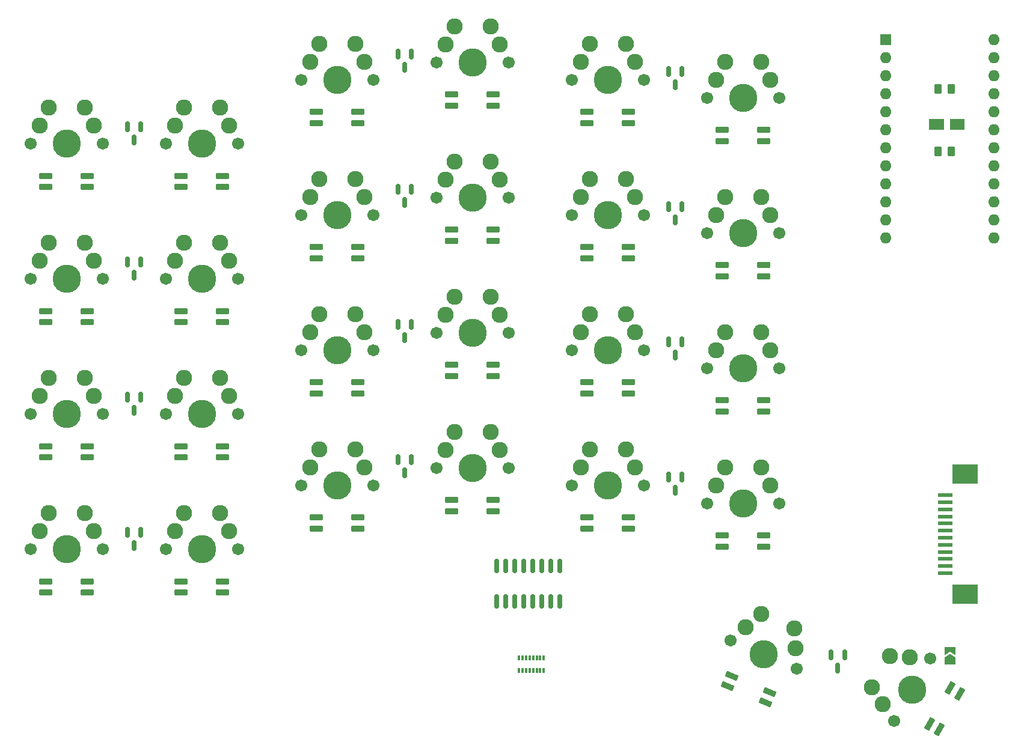
<source format=gbr>
%TF.GenerationSoftware,KiCad,Pcbnew,8.0.8-8.0.8-0~ubuntu22.04.1*%
%TF.CreationDate,2025-01-26T06:24:24-06:00*%
%TF.ProjectId,kbd,6b62642e-6b69-4636-9164-5f7063625858,rev?*%
%TF.SameCoordinates,Original*%
%TF.FileFunction,Soldermask,Bot*%
%TF.FilePolarity,Negative*%
%FSLAX46Y46*%
G04 Gerber Fmt 4.6, Leading zero omitted, Abs format (unit mm)*
G04 Created by KiCad (PCBNEW 8.0.8-8.0.8-0~ubuntu22.04.1) date 2025-01-26 06:24:24*
%MOMM*%
%LPD*%
G01*
G04 APERTURE LIST*
G04 Aperture macros list*
%AMRoundRect*
0 Rectangle with rounded corners*
0 $1 Rounding radius*
0 $2 $3 $4 $5 $6 $7 $8 $9 X,Y pos of 4 corners*
0 Add a 4 corners polygon primitive as box body*
4,1,4,$2,$3,$4,$5,$6,$7,$8,$9,$2,$3,0*
0 Add four circle primitives for the rounded corners*
1,1,$1+$1,$2,$3*
1,1,$1+$1,$4,$5*
1,1,$1+$1,$6,$7*
1,1,$1+$1,$8,$9*
0 Add four rect primitives between the rounded corners*
20,1,$1+$1,$2,$3,$4,$5,0*
20,1,$1+$1,$4,$5,$6,$7,0*
20,1,$1+$1,$6,$7,$8,$9,0*
20,1,$1+$1,$8,$9,$2,$3,0*%
%AMFreePoly0*
4,1,6,1.000000,0.000000,0.500000,-0.750000,-0.500000,-0.750000,-0.500000,0.750000,0.500000,0.750000,1.000000,0.000000,1.000000,0.000000,$1*%
%AMFreePoly1*
4,1,6,0.500000,-0.750000,-0.650000,-0.750000,-0.150000,0.000000,-0.650000,0.750000,0.500000,0.750000,0.500000,-0.750000,0.500000,-0.750000,$1*%
G04 Aperture macros list end*
%ADD10RoundRect,0.082000X-0.818000X-0.328000X0.818000X-0.328000X0.818000X0.328000X-0.818000X0.328000X0*%
%ADD11RoundRect,0.082000X0.818000X0.328000X-0.818000X0.328000X-0.818000X-0.328000X0.818000X-0.328000X0*%
%ADD12C,1.701800*%
%ADD13C,3.987800*%
%ADD14C,2.286000*%
%ADD15R,1.600000X1.600000*%
%ADD16O,1.600000X1.600000*%
%ADD17RoundRect,0.082000X-0.124944X-0.872409X0.693056X0.544409X0.124944X0.872409X-0.693056X-0.544409X0*%
%ADD18RoundRect,0.082000X-0.881133X0.017692X0.624813X-0.621544X0.881133X-0.017692X-0.624813X0.621544X0*%
%ADD19R,2.000000X0.610000*%
%ADD20R,3.600000X2.680000*%
%ADD21RoundRect,0.150000X-0.150000X0.587500X-0.150000X-0.587500X0.150000X-0.587500X0.150000X0.587500X0*%
%ADD22RoundRect,0.150000X0.150000X-0.850000X0.150000X0.850000X-0.150000X0.850000X-0.150000X-0.850000X0*%
%ADD23RoundRect,0.250000X0.262500X0.450000X-0.262500X0.450000X-0.262500X-0.450000X0.262500X-0.450000X0*%
%ADD24FreePoly0,90.000000*%
%ADD25FreePoly1,90.000000*%
%ADD26R,0.300000X0.800000*%
%ADD27R,1.500000X1.500000*%
%ADD28FreePoly0,0.000000*%
%ADD29FreePoly0,180.000000*%
%ADD30RoundRect,0.250000X-0.262500X-0.450000X0.262500X-0.450000X0.262500X0.450000X-0.262500X0.450000X0*%
G04 APERTURE END LIST*
D10*
%TO.C,LED35*%
X158150000Y-116740000D03*
X158150000Y-115160000D03*
X152350000Y-115160000D03*
X152350000Y-116740000D03*
%TD*%
D11*
%TO.C,LED01*%
X76150000Y-64510000D03*
X76150000Y-66090000D03*
X81950000Y-66090000D03*
X81950000Y-64510000D03*
%TD*%
D12*
%TO.C,SW04*%
X131120000Y-51000000D03*
D13*
X136200000Y-51000000D03*
D12*
X141280000Y-51000000D03*
D14*
X133660000Y-45920000D03*
X138740000Y-45920000D03*
X132390000Y-48460000D03*
X140010000Y-48460000D03*
%TD*%
D11*
%TO.C,LED04*%
X133300000Y-55510000D03*
X133300000Y-57090000D03*
X139100000Y-57090000D03*
X139100000Y-55510000D03*
%TD*%
D10*
%TO.C,LED30*%
X62900000Y-123240000D03*
X62900000Y-121660000D03*
X57100000Y-121660000D03*
X57100000Y-123240000D03*
%TD*%
D11*
%TO.C,LED20*%
X57100000Y-102609999D03*
X57100000Y-104189999D03*
X62900000Y-104189999D03*
X62900000Y-102609999D03*
%TD*%
D12*
%TO.C,SW05*%
X150170000Y-53500000D03*
D13*
X155250000Y-53500000D03*
D12*
X160330000Y-53500000D03*
D14*
X152710000Y-48420000D03*
X157790000Y-48420000D03*
X151440000Y-50960000D03*
X159060000Y-50960000D03*
%TD*%
D12*
%TO.C,SW13*%
X112070000Y-67550000D03*
D13*
X117150000Y-67550000D03*
D12*
X122230000Y-67550000D03*
D14*
X114610000Y-62470000D03*
X119690000Y-62470000D03*
X113340000Y-65010000D03*
X120960000Y-65010000D03*
%TD*%
D12*
%TO.C,SW33*%
X112070000Y-105650000D03*
D13*
X117150000Y-105650000D03*
D12*
X122230000Y-105650000D03*
D14*
X114610000Y-100570000D03*
X119690000Y-100570000D03*
X113340000Y-103110000D03*
X120960000Y-103110000D03*
%TD*%
D12*
%TO.C,SW37*%
X176510000Y-141349409D03*
D13*
X179050000Y-136950000D03*
D12*
X181590000Y-132550591D03*
D14*
X173380591Y-136609705D03*
X175920591Y-132210295D03*
X174945295Y-138979557D03*
X178755295Y-132380443D03*
%TD*%
D12*
%TO.C,SW15*%
X150170000Y-72550000D03*
D13*
X155250000Y-72550000D03*
D12*
X160330000Y-72550000D03*
D14*
X152710000Y-67470000D03*
X157790000Y-67470000D03*
X151440000Y-70010000D03*
X159060000Y-70010000D03*
%TD*%
D10*
%TO.C,LED13*%
X120050000Y-73640000D03*
X120050000Y-72060000D03*
X114250000Y-72060000D03*
X114250000Y-73640000D03*
%TD*%
D12*
%TO.C,SW14*%
X131120000Y-70050000D03*
D13*
X136200000Y-70050000D03*
D12*
X141280000Y-70050000D03*
D14*
X133660000Y-64970000D03*
X138740000Y-64970000D03*
X132390000Y-67510000D03*
X140010000Y-67510000D03*
%TD*%
D12*
%TO.C,SW31*%
X73970000Y-117150000D03*
D13*
X79050000Y-117150000D03*
D12*
X84130000Y-117150000D03*
D14*
X76510000Y-112070000D03*
X81590000Y-112070000D03*
X75240000Y-114610000D03*
X82860000Y-114610000D03*
%TD*%
D12*
%TO.C,SW03*%
X112070000Y-48500000D03*
D13*
X117150000Y-48500000D03*
D12*
X122230000Y-48500000D03*
D14*
X114610000Y-43420000D03*
X119690000Y-43420000D03*
X113340000Y-45960000D03*
X120960000Y-45960000D03*
%TD*%
D15*
%TO.C,U1*%
X175375000Y-45280000D03*
D16*
X175375000Y-47820000D03*
X175375000Y-50360000D03*
X175375000Y-52900000D03*
X175375000Y-55440000D03*
X175375000Y-57980000D03*
X175375000Y-60520000D03*
X175375000Y-63060000D03*
X175375000Y-65600000D03*
X175375000Y-68140000D03*
X175375000Y-70680000D03*
X175375000Y-73220000D03*
X190615000Y-73220000D03*
X190615000Y-70680000D03*
X190615000Y-68140000D03*
X190615000Y-65600000D03*
X190615000Y-63060000D03*
X190615000Y-60520000D03*
X190615000Y-57980000D03*
X190615000Y-55440000D03*
X190615000Y-52900000D03*
X190615000Y-50360000D03*
X190615000Y-47820000D03*
X190615000Y-45280000D03*
%TD*%
D10*
%TO.C,LED32*%
X101000000Y-114240000D03*
X101000000Y-112660000D03*
X95200000Y-112660000D03*
X95200000Y-114240000D03*
%TD*%
D11*
%TO.C,LED21*%
X76150000Y-102609999D03*
X76150000Y-104189999D03*
X81950000Y-104189999D03*
X81950000Y-102609999D03*
%TD*%
D12*
%TO.C,SW24*%
X131120000Y-89100000D03*
D13*
X136200000Y-89100000D03*
D12*
X141280000Y-89100000D03*
D14*
X133660000Y-84020000D03*
X138740000Y-84020000D03*
X132390000Y-86560000D03*
X140010000Y-86560000D03*
%TD*%
D17*
%TO.C,LED37*%
X185774160Y-137473526D03*
X184405840Y-136683526D03*
X181505840Y-141706474D03*
X182874160Y-142496474D03*
%TD*%
D12*
%TO.C,SW21*%
X73970000Y-98100000D03*
D13*
X79050000Y-98100000D03*
D12*
X84130000Y-98100000D03*
D14*
X76510000Y-93020000D03*
X81590000Y-93020000D03*
X75240000Y-95560000D03*
X82860000Y-95560000D03*
%TD*%
D11*
%TO.C,LED23*%
X114250000Y-91109999D03*
X114250000Y-92689999D03*
X120050000Y-92689999D03*
X120050000Y-91109999D03*
%TD*%
D12*
%TO.C,SW34*%
X131120000Y-108150000D03*
D13*
X136200000Y-108150000D03*
D12*
X141280000Y-108150000D03*
D14*
X133660000Y-103070000D03*
X138740000Y-103070000D03*
X132390000Y-105610000D03*
X140010000Y-105610000D03*
%TD*%
D10*
%TO.C,LED31*%
X81950000Y-123240000D03*
X81950000Y-121660000D03*
X76150000Y-121660000D03*
X76150000Y-123240000D03*
%TD*%
D12*
%TO.C,SW11*%
X73970000Y-79050000D03*
D13*
X79050000Y-79050000D03*
D12*
X84130000Y-79050000D03*
D14*
X76510000Y-73970000D03*
X81590000Y-73970000D03*
X75240000Y-76510000D03*
X82860000Y-76510000D03*
%TD*%
D11*
%TO.C,LED24*%
X133300000Y-93609999D03*
X133300000Y-95189999D03*
X139100000Y-95189999D03*
X139100000Y-93609999D03*
%TD*%
%TO.C,LED25*%
X152350000Y-96109999D03*
X152350000Y-97689999D03*
X158150000Y-97689999D03*
X158150000Y-96109999D03*
%TD*%
%TO.C,LED03*%
X114250000Y-53010000D03*
X114250000Y-54590000D03*
X120050000Y-54590000D03*
X120050000Y-53010000D03*
%TD*%
D10*
%TO.C,LED33*%
X120050000Y-111740000D03*
X120050000Y-110160000D03*
X114250000Y-110160000D03*
X114250000Y-111740000D03*
%TD*%
D18*
%TO.C,LED36*%
X158430786Y-138698065D03*
X159048142Y-137243667D03*
X153709214Y-134977427D03*
X153091858Y-136431825D03*
%TD*%
D12*
%TO.C,SW30*%
X54920000Y-117150000D03*
D13*
X60000000Y-117150000D03*
D12*
X65080000Y-117150000D03*
D14*
X57460000Y-112070000D03*
X62540000Y-112070000D03*
X56190000Y-114610000D03*
X63810000Y-114610000D03*
%TD*%
D12*
%TO.C,SW00*%
X54920000Y-60000000D03*
D13*
X60000000Y-60000000D03*
D12*
X65080000Y-60000000D03*
D14*
X57460000Y-54920000D03*
X62540000Y-54920000D03*
X56190000Y-57460000D03*
X63810000Y-57460000D03*
%TD*%
D12*
%TO.C,SW35*%
X150170000Y-110650000D03*
D13*
X155250000Y-110650000D03*
D12*
X160330000Y-110650000D03*
D14*
X152710000Y-105570000D03*
X157790000Y-105570000D03*
X151440000Y-108110000D03*
X159060000Y-108110000D03*
%TD*%
D10*
%TO.C,LED14*%
X139100000Y-76140000D03*
X139100000Y-74560000D03*
X133300000Y-74560000D03*
X133300000Y-76140000D03*
%TD*%
D11*
%TO.C,LED22*%
X95200000Y-93609999D03*
X95200000Y-95189999D03*
X101000000Y-95189999D03*
X101000000Y-93609999D03*
%TD*%
D10*
%TO.C,LED10*%
X62900000Y-85140000D03*
X62900000Y-83560000D03*
X57100000Y-83560000D03*
X57100000Y-85140000D03*
%TD*%
D12*
%TO.C,SW23*%
X112070000Y-86600000D03*
D13*
X117150000Y-86600000D03*
D12*
X122230000Y-86600000D03*
D14*
X114610000Y-81520000D03*
X119690000Y-81520000D03*
X113340000Y-84060000D03*
X120960000Y-84060000D03*
%TD*%
D12*
%TO.C,SW20*%
X54920000Y-98100000D03*
D13*
X60000000Y-98100000D03*
D12*
X65080000Y-98100000D03*
D14*
X57460000Y-93020000D03*
X62540000Y-93020000D03*
X56190000Y-95560000D03*
X63810000Y-95560000D03*
%TD*%
D12*
%TO.C,SW12*%
X93020000Y-70050000D03*
D13*
X98100000Y-70050000D03*
D12*
X103180000Y-70050000D03*
D14*
X95560000Y-64970000D03*
X100640000Y-64970000D03*
X94290000Y-67510000D03*
X101910000Y-67510000D03*
%TD*%
D10*
%TO.C,LED12*%
X101000000Y-76140000D03*
X101000000Y-74560000D03*
X95200000Y-74560000D03*
X95200000Y-76140000D03*
%TD*%
D11*
%TO.C,LED02*%
X95200000Y-55510000D03*
X95200000Y-57090000D03*
X101000000Y-57090000D03*
X101000000Y-55510000D03*
%TD*%
D12*
%TO.C,SW02*%
X93020000Y-51000000D03*
D13*
X98100000Y-51000000D03*
D12*
X103180000Y-51000000D03*
D14*
X95560000Y-45920000D03*
X100640000Y-45920000D03*
X94290000Y-48460000D03*
X101910000Y-48460000D03*
%TD*%
D10*
%TO.C,LED34*%
X139100000Y-114240000D03*
X139100000Y-112660000D03*
X133300000Y-112660000D03*
X133300000Y-114240000D03*
%TD*%
D11*
%TO.C,LED00*%
X57100000Y-64510000D03*
X57100000Y-66090000D03*
X62900000Y-66090000D03*
X62900000Y-64510000D03*
%TD*%
D10*
%TO.C,LED15*%
X158150000Y-78640000D03*
X158150000Y-77060000D03*
X152350000Y-77060000D03*
X152350000Y-78640000D03*
%TD*%
%TO.C,LED11*%
X81950000Y-85140000D03*
X81950000Y-83560000D03*
X76150000Y-83560000D03*
X76150000Y-85140000D03*
%TD*%
D12*
%TO.C,SW01*%
X73970000Y-60000000D03*
D13*
X79050000Y-60000000D03*
D12*
X84130000Y-60000000D03*
D14*
X76510000Y-54920000D03*
X81590000Y-54920000D03*
X75240000Y-57460000D03*
X82860000Y-57460000D03*
%TD*%
D12*
%TO.C,SW25*%
X150170000Y-91600000D03*
D13*
X155250000Y-91600000D03*
D12*
X160330000Y-91600000D03*
D14*
X152710000Y-86520000D03*
X157790000Y-86520000D03*
X151440000Y-89060000D03*
X159060000Y-89060000D03*
%TD*%
D11*
%TO.C,LED05*%
X152350000Y-58010000D03*
X152350000Y-59590000D03*
X158150000Y-59590000D03*
X158150000Y-58010000D03*
%TD*%
D12*
%TO.C,SW10*%
X54920000Y-79050000D03*
D13*
X60000000Y-79050000D03*
D12*
X65080000Y-79050000D03*
D14*
X57460000Y-73970000D03*
X62540000Y-73970000D03*
X56190000Y-76510000D03*
X63810000Y-76510000D03*
%TD*%
D12*
%TO.C,SW36*%
X153473835Y-129965086D03*
D13*
X158150000Y-131950000D03*
D12*
X162826165Y-133934914D03*
D14*
X157796832Y-126281378D03*
X162472996Y-128266292D03*
X155635334Y-128123232D03*
X162649581Y-131100603D03*
%TD*%
D12*
%TO.C,SW22*%
X93020000Y-89100000D03*
D13*
X98100000Y-89100000D03*
D12*
X103180000Y-89100000D03*
D14*
X95560000Y-84020000D03*
X100640000Y-84020000D03*
X94290000Y-86560000D03*
X101910000Y-86560000D03*
%TD*%
D12*
%TO.C,SW32*%
X93020000Y-108150000D03*
D13*
X98100000Y-108150000D03*
D12*
X103180000Y-108150000D03*
D14*
X95560000Y-103070000D03*
X100640000Y-103070000D03*
X94290000Y-105610000D03*
X101910000Y-105610000D03*
%TD*%
D19*
%TO.C,J1*%
X183700000Y-109500000D03*
X183700000Y-110500000D03*
X183700000Y-111500000D03*
X183700000Y-112500000D03*
X183700000Y-113500000D03*
X183700000Y-114500000D03*
X183700000Y-115500000D03*
X183700000Y-116500000D03*
X183700000Y-117500000D03*
X183700000Y-118500000D03*
X183700000Y-119500000D03*
X183700000Y-120500000D03*
D20*
X186500000Y-106510000D03*
X186500000Y-123490000D03*
%TD*%
D21*
%TO.C,D2425*%
X144775000Y-87912500D03*
X146675000Y-87912500D03*
X145725000Y-89787500D03*
%TD*%
D22*
%TO.C,U2*%
X129445000Y-124500000D03*
X128175000Y-124500000D03*
X126905000Y-124500000D03*
X125635000Y-124500000D03*
X124365000Y-124500000D03*
X123095000Y-124500000D03*
X121825000Y-124500000D03*
X120555000Y-124500000D03*
X120555000Y-119500000D03*
X121825000Y-119500000D03*
X123095000Y-119500000D03*
X124365000Y-119500000D03*
X125635000Y-119500000D03*
X126905000Y-119500000D03*
X128175000Y-119500000D03*
X129445000Y-119500000D03*
%TD*%
D21*
%TO.C,D0001*%
X68575000Y-57562500D03*
X70475000Y-57562500D03*
X69525000Y-59437500D03*
%TD*%
%TO.C,D3435*%
X144775000Y-106962500D03*
X146675000Y-106962500D03*
X145725000Y-108837500D03*
%TD*%
%TO.C,D0405*%
X144775000Y-49812500D03*
X146675000Y-49812500D03*
X145725000Y-51687500D03*
%TD*%
%TO.C,D1415*%
X144775000Y-68862500D03*
X146675000Y-68862500D03*
X145725000Y-70737500D03*
%TD*%
D23*
%TO.C,R1*%
X184572500Y-52255000D03*
X182747500Y-52255000D03*
%TD*%
D24*
%TO.C,JP2*%
X184400000Y-132850000D03*
D25*
X184400000Y-131400000D03*
%TD*%
D21*
%TO.C,D3031*%
X68575000Y-114712500D03*
X70475000Y-114712500D03*
X69525000Y-116587500D03*
%TD*%
%TO.C,D3233*%
X106675000Y-104462500D03*
X108575000Y-104462500D03*
X107625000Y-106337500D03*
%TD*%
%TO.C,D1011*%
X68575000Y-76612500D03*
X70475000Y-76612500D03*
X69525000Y-78487500D03*
%TD*%
D26*
%TO.C,RN2*%
X127200000Y-134200000D03*
X126700000Y-134200000D03*
X126200000Y-134200000D03*
X125700000Y-134200000D03*
X125200000Y-134200000D03*
X124700000Y-134200000D03*
X124200000Y-134200000D03*
X123700000Y-134200000D03*
X123700000Y-132400000D03*
X124200000Y-132400000D03*
X124700000Y-132400000D03*
X125200000Y-132400000D03*
X125700000Y-132400000D03*
X126200000Y-132400000D03*
X126700000Y-132400000D03*
X127200000Y-132400000D03*
%TD*%
D21*
%TO.C,D0203*%
X106675000Y-47312500D03*
X108575000Y-47312500D03*
X107625000Y-49187500D03*
%TD*%
%TO.C,D3637*%
X167650000Y-132012500D03*
X169550000Y-132012500D03*
X168600000Y-133887500D03*
%TD*%
%TO.C,D1213*%
X106675000Y-66362500D03*
X108575000Y-66362500D03*
X107625000Y-68237500D03*
%TD*%
%TO.C,D2223*%
X106675000Y-85412500D03*
X108575000Y-85412500D03*
X107625000Y-87287500D03*
%TD*%
%TO.C,D2021*%
X68575000Y-95662500D03*
X70475000Y-95662500D03*
X69525000Y-97537500D03*
%TD*%
D27*
%TO.C,JP1*%
X182760000Y-57255000D03*
X185160000Y-57255000D03*
D28*
X181960000Y-57255000D03*
D29*
X185960000Y-57255000D03*
%TD*%
D30*
%TO.C,R2*%
X182747500Y-61100000D03*
X184572500Y-61100000D03*
%TD*%
M02*

</source>
